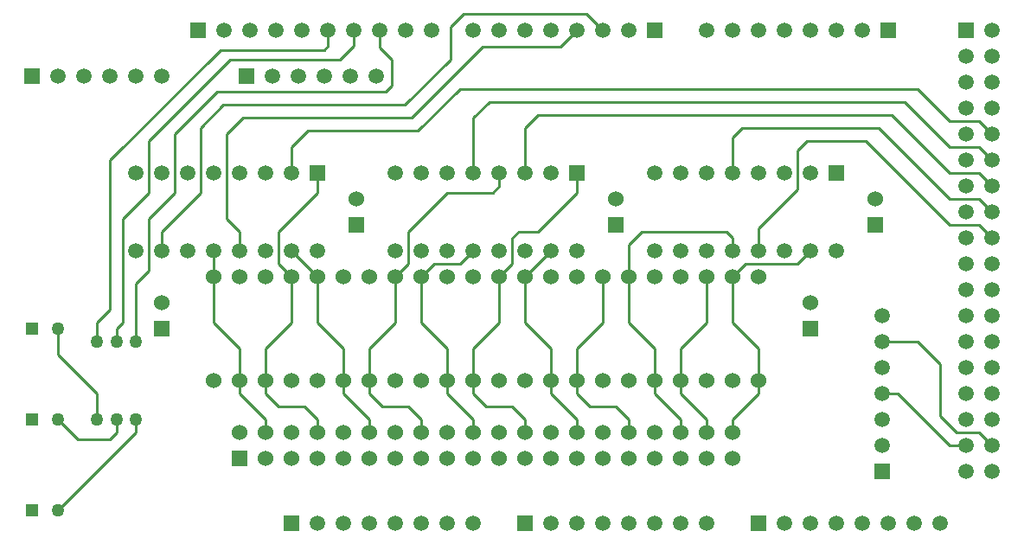
<source format=gtl>
G04 DipTrace 4.3.0.2*
G04 1 - Top.gbr*
%MOIN*%
G04 #@! TF.FileFunction,Copper,L1,Top*
G04 #@! TF.Part,Single*
G04 #@! TA.AperFunction,Conductor*
%ADD10C,0.01*%
G04 #@! TA.AperFunction,ComponentPad*
%ADD17C,0.06*%
%ADD18R,0.06X0.06*%
%ADD19C,0.05*%
%ADD20R,0.05X0.05*%
%ADD21R,0.059055X0.059055*%
%ADD23C,0.059055*%
%ADD24C,0.06*%
%ADD25C,0.05*%
%FSLAX26Y26*%
G04*
G70*
G90*
G75*
G01*
G04 Top*
%LPD*%
X600000Y1150000D2*
D10*
Y1225000D1*
X750000Y1375000D1*
Y1625000D1*
X837500Y1712500D1*
X1537500D1*
X1712500Y1887500D1*
Y2012500D1*
X1762500Y2062500D1*
X2237500D1*
X2300000Y2000000D1*
X900000Y1150000D2*
Y1225000D1*
X850000Y1275000D1*
Y1600000D1*
X912500Y1662500D1*
X1562500D1*
X1837500Y1937500D1*
X2137500D1*
X2200000Y2000000D1*
X500000Y800000D2*
Y1025000D1*
X550000Y1075000D1*
Y1275000D1*
X650000Y1375000D1*
Y1600000D1*
X812500Y1762500D1*
X1462500D1*
X1487500Y1787500D1*
Y1887500D1*
X1440000Y1935000D1*
Y2000000D1*
X425000Y800000D2*
Y850000D1*
X450000Y875000D1*
Y1275000D1*
X550000Y1375000D1*
Y1575000D1*
X862500Y1887500D1*
X1287500D1*
X1340000Y1940000D1*
Y2000000D1*
X350000Y800000D2*
Y875000D1*
X400000Y925000D1*
Y1500000D1*
X825000Y1925000D1*
X1225000D1*
X1240000Y1940000D1*
Y2000000D1*
X1100000Y1450000D2*
Y1550000D1*
X1162500Y1612500D1*
X1587500D1*
X1750000Y1775000D1*
X3512500D1*
X3637500Y1650000D1*
X3750000D1*
X3800000Y1600000D1*
Y1500000D2*
X3750000Y1550000D1*
X3637500D1*
X3462500Y1725000D1*
X1862500D1*
X1800000Y1662500D1*
Y1450000D1*
X3800000Y1400000D2*
X3750000Y1450000D1*
X3637500D1*
X3412500Y1675000D1*
X2050000D1*
X2000000Y1625000D1*
Y1450000D1*
X3800000Y1300000D2*
X3750000Y1350000D1*
X3637500D1*
X3362500Y1625000D1*
X2837500D1*
X2800000Y1587500D1*
Y1450000D1*
X3800000Y1200000D2*
X3750000Y1250000D1*
X3637500D1*
X3312500Y1575000D1*
X3087500D1*
X3050000Y1537500D1*
Y1387500D1*
X2900000Y1237500D1*
Y1150000D1*
X3375000Y600000D2*
X3437500D1*
X3637500Y400000D1*
X3700000D1*
X3375000Y800000D2*
X3512500D1*
X3600000Y712500D1*
Y512500D1*
X3662500Y450000D1*
X3750000D1*
X3800000Y400000D1*
X500000Y500000D2*
Y450000D1*
X200000Y150000D1*
X350000Y500000D2*
Y600000D1*
X200000Y750000D1*
Y850000D1*
X425000Y500000D2*
Y450000D1*
X400000Y425000D1*
X275000D1*
X200000Y500000D1*
X2000000Y1050000D2*
Y875000D1*
X2100000Y775000D1*
Y650000D1*
Y1150000D2*
X2000000Y1050000D1*
X2100000Y650000D2*
Y600000D1*
X2200000Y500000D1*
Y450000D1*
X2700000Y1050000D2*
Y875000D1*
X2600000Y775000D1*
Y650000D1*
Y600000D1*
X2700000Y500000D1*
Y450000D1*
X1900000Y1050000D2*
Y875000D1*
X1800000Y775000D1*
Y650000D1*
X2200000Y1450000D2*
Y1375000D1*
X2050000Y1225000D1*
X1975000D1*
X1950000Y1200000D1*
Y1100000D1*
X1900000Y1050000D1*
X1800000Y650000D2*
Y600000D1*
X1850000Y550000D1*
X1950000D1*
X2000000Y500000D1*
Y450000D1*
X2800000Y1050000D2*
Y875000D1*
X2900000Y775000D1*
Y650000D1*
X2800000Y1050000D2*
X2850000Y1100000D1*
X3050000D1*
X3100000Y1150000D1*
X2900000Y650000D2*
Y600000D1*
X2800000Y500000D1*
Y450000D1*
X1600000Y1050000D2*
Y875000D1*
X1700000Y775000D1*
Y650000D1*
X1800000Y1150000D2*
X1750000Y1100000D1*
X1650000D1*
X1600000Y1050000D1*
X1700000Y650000D2*
Y600000D1*
X1800000Y500000D1*
Y450000D1*
X1000000Y650000D2*
Y775000D1*
X1100000Y875000D1*
Y1050000D1*
X1050000Y1100000D1*
Y1225000D1*
X1200000Y1375000D1*
Y1450000D1*
X1000000Y650000D2*
Y600000D1*
X1050000Y550000D1*
X1150000D1*
X1200000Y500000D1*
Y450000D1*
X1100000Y1150000D2*
X1200000Y1050000D1*
Y875000D1*
X1300000Y775000D1*
Y650000D1*
Y600000D1*
X1400000Y500000D1*
Y450000D1*
X2400000Y1050000D2*
Y875000D1*
X2500000Y775000D1*
Y650000D1*
X2800000Y1150000D2*
X2775000D1*
X2800000Y1175000D1*
Y1200000D1*
X2775000Y1225000D1*
X2450000D1*
X2400000Y1175000D1*
Y1050000D1*
X2500000Y650000D2*
Y600000D1*
X2600000Y500000D1*
Y450000D1*
X900000Y650000D2*
Y775000D1*
X800000Y875000D1*
Y1050000D1*
Y1150000D1*
X900000Y650000D2*
Y600000D1*
X1000000Y500000D1*
Y450000D1*
X2300000Y1050000D2*
Y875000D1*
X2200000Y775000D1*
Y650000D1*
Y600000D1*
X2250000Y550000D1*
X2350000D1*
X2400000Y500000D1*
Y450000D1*
X1400000Y650000D2*
Y775000D1*
X1500000Y875000D1*
Y1050000D1*
X1900000Y1450000D2*
Y1400000D1*
X1875000Y1375000D1*
X1700000D1*
X1550000Y1225000D1*
Y1100000D1*
X1500000Y1050000D1*
X1400000Y650000D2*
Y600000D1*
X1450000Y550000D1*
X1550000D1*
X1600000Y500000D1*
Y450000D1*
D17*
X3350000Y1350000D3*
D18*
Y1250000D3*
D17*
X2350000Y1350000D3*
D18*
Y1250000D3*
D17*
X1350000Y1350000D3*
D18*
Y1250000D3*
X600000Y850000D3*
D17*
Y950000D3*
D18*
X3100000Y850000D3*
D17*
Y950000D3*
D19*
X200000Y150000D3*
D20*
X100000D3*
D19*
X200000Y500000D3*
D20*
X100000D3*
D19*
X200000Y850000D3*
D20*
X100000D3*
D17*
X2800000Y350000D3*
X2700000D3*
X2600000D3*
X2500000D3*
X2400000D3*
X2300000D3*
X2200000D3*
X2100000D3*
X2000000D3*
X1900000D3*
X1800000D3*
X1700000D3*
X1600000D3*
X1500000D3*
X1400000D3*
X1300000D3*
X1200000D3*
X1100000D3*
X1000000D3*
D18*
X900000D3*
D17*
Y450000D3*
X1000000D3*
X1100000D3*
X1200000D3*
X1300000D3*
X1400000D3*
X1500000D3*
X1600000D3*
X1700000D3*
X1800000D3*
X1900000D3*
X2000000D3*
X2100000D3*
X2200000D3*
X2300000D3*
X2400000D3*
X2500000D3*
X2600000D3*
X2700000D3*
X2800000D3*
D21*
X2000000Y100000D3*
D23*
X2100000D3*
X2200000D3*
X2300000D3*
X2400000D3*
X2500000D3*
X2600000D3*
X2700000D3*
D21*
X1100000D3*
D23*
X1200000D3*
X1300000D3*
X1400000D3*
X1500000D3*
X1600000D3*
X1700000D3*
X1800000D3*
D21*
X2500000Y2000000D3*
D23*
X2400000D3*
X2300000D3*
X2200000D3*
X2100000D3*
X2000000D3*
X1900000D3*
X1800000D3*
D21*
X740000D3*
D23*
X840000D3*
X940000D3*
X1040000D3*
X1140000D3*
X1240000D3*
X1340000D3*
X1440000D3*
X1540000D3*
X1640000D3*
D21*
X2900000Y100000D3*
D23*
X3000000D3*
X3100000D3*
X3200000D3*
X3300000D3*
X3400000D3*
X3500000D3*
X3600000D3*
D21*
X3400000Y2000000D3*
D23*
X3300000D3*
X3200000D3*
X3100000D3*
X3000000D3*
X2900000D3*
X2800000D3*
X2700000D3*
D21*
X3700000D3*
D23*
X3800000D3*
X3700000Y1900000D3*
X3800000D3*
X3700000Y1800000D3*
X3800000D3*
X3700000Y1700000D3*
X3800000D3*
X3700000Y1600000D3*
X3800000D3*
X3700000Y1500000D3*
X3800000D3*
X3700000Y1400000D3*
X3800000D3*
X3700000Y1300000D3*
X3800000D3*
X3700000Y1200000D3*
X3800000D3*
X3700000Y1100000D3*
X3800000D3*
X3700000Y1000000D3*
X3800000D3*
X3700000Y900000D3*
X3800000D3*
X3700000Y800000D3*
X3800000D3*
X3700000Y700000D3*
X3800000D3*
X3700000Y600000D3*
X3800000D3*
X3700000Y500000D3*
X3800000D3*
X3700000Y400000D3*
X3800000D3*
X3700000Y300000D3*
X3800000D3*
D21*
X925000Y1825000D3*
D23*
X1025000D3*
X1125000D3*
X1225000D3*
X1325000D3*
X1425000D3*
D21*
X100000D3*
D23*
X200000D3*
X300000D3*
X400000D3*
X500000D3*
X600000D3*
D21*
X3375000Y300000D3*
D23*
Y400000D3*
Y500000D3*
Y600000D3*
Y700000D3*
Y800000D3*
Y900000D3*
D17*
X2900000Y1050000D3*
D24*
Y650000D3*
D17*
X2800000Y1050000D3*
D24*
Y650000D3*
D17*
X2600000Y1050000D3*
D24*
Y650000D3*
D17*
X2700000Y1050000D3*
D24*
Y650000D3*
D17*
X2500000Y1050000D3*
D24*
Y650000D3*
D17*
X2400000Y1050000D3*
D24*
Y650000D3*
D17*
X2200000Y1050000D3*
D24*
Y650000D3*
D17*
X2300000Y1050000D3*
D24*
Y650000D3*
D17*
X2100000Y1050000D3*
D24*
Y650000D3*
D17*
X1800000Y1050000D3*
D24*
Y650000D3*
D17*
X1900000Y1050000D3*
D24*
Y650000D3*
D17*
X1700000Y1050000D3*
D24*
Y650000D3*
D17*
X1600000Y1050000D3*
D24*
Y650000D3*
D17*
X1400000Y1050000D3*
D24*
Y650000D3*
D17*
X1500000Y1050000D3*
D24*
Y650000D3*
D17*
X1300000Y1050000D3*
D24*
Y650000D3*
D17*
X1200000Y1050000D3*
D24*
Y650000D3*
D17*
X1000000Y1050000D3*
D24*
Y650000D3*
D17*
X1100000Y1050000D3*
D24*
Y650000D3*
D17*
X900000Y1050000D3*
D24*
Y650000D3*
D17*
X800000Y1050000D3*
D24*
Y650000D3*
D17*
X2000000Y1050000D3*
D24*
Y650000D3*
D19*
X500000Y800000D3*
D25*
Y500000D3*
D19*
X425000Y800000D3*
D25*
Y500000D3*
D19*
X350000Y800000D3*
D25*
Y500000D3*
D21*
X3200000Y1450000D3*
D23*
X3100000D3*
X3000000D3*
X2900000D3*
X2800000D3*
X2700000D3*
X2600000D3*
X2500000D3*
Y1150000D3*
X2600000D3*
X2700000D3*
X2800000D3*
X2900000D3*
X3000000D3*
X3100000D3*
X3200000D3*
D21*
X2200000Y1450000D3*
D23*
X2100000D3*
X2000000D3*
X1900000D3*
X1800000D3*
X1700000D3*
X1600000D3*
X1500000D3*
Y1150000D3*
X1600000D3*
X1700000D3*
X1800000D3*
X1900000D3*
X2000000D3*
X2100000D3*
X2200000D3*
D21*
X1200000Y1450000D3*
D23*
X1100000D3*
X1000000D3*
X900000D3*
X800000D3*
X700000D3*
X600000D3*
X500000D3*
Y1150000D3*
X600000D3*
X700000D3*
X800000D3*
X900000D3*
X1000000D3*
X1100000D3*
X1200000D3*
M02*

</source>
